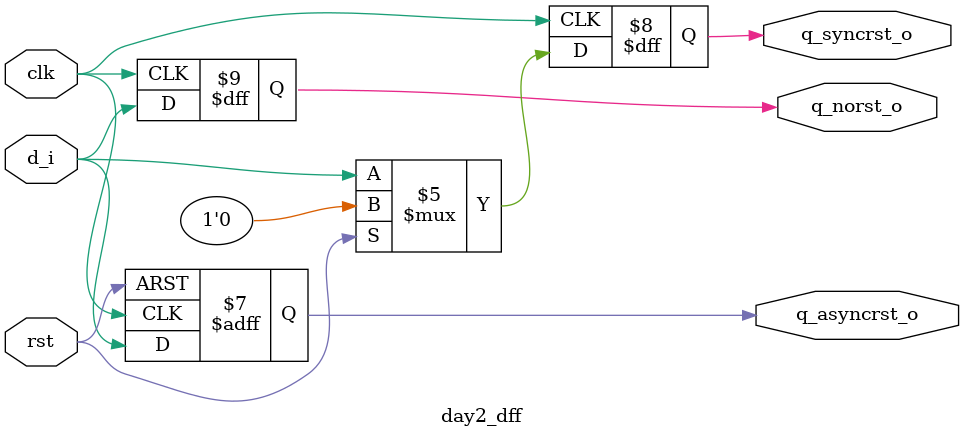
<source format=sv>
module day2_dff (
    input  logic clk,
    input  logic rst,
    input  logic d_i,
    output logic q_norst_o,
    output logic q_syncrst_o,
    output logic q_asyncrst_o
);

    // ==========================================
    // 1. D Flip-Flop with NO Reset
    // ==========================================
    always_ff @(posedge clk) begin
       q_norst_o <= d_i;
    end

    // ==========================================
    // 2. D Flip-Flop with SYNCHRONOUS Reset
    // ==========================================
    always_ff @(posedge clk) begin
       if (rst) begin
           q_syncrst_o <= 1'b0;
       end else begin
        q_syncrst_o <= d_i;
       end
    end

    // ==========================================
    // 3. D Flip-Flop with ASYNCHRONOUS Reset
    // ==========================================
    always_ff @(posedge clk or posedge rst) begin
        if (rst) begin
           q_asyncrst_o <= 1'b0;
       end else begin
        q_asyncrst_o <= d_i;
       end
    end


endmodule
</source>
